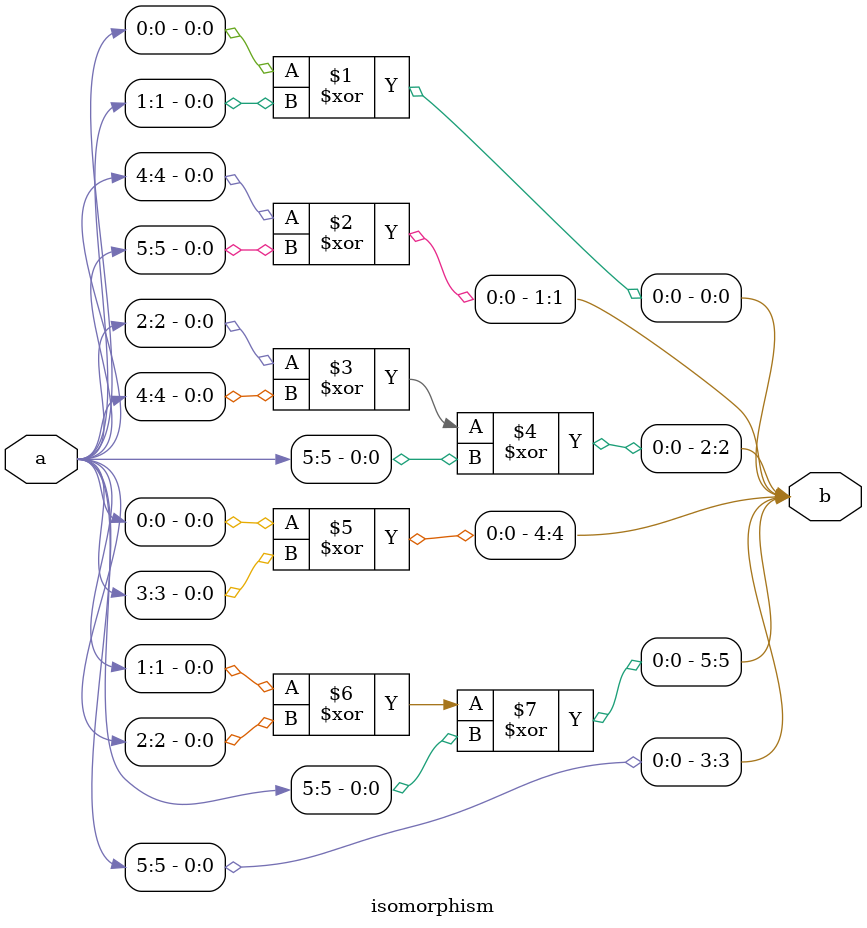
<source format=v>
`timescale 1ns/100ps
module SMSS23_40_nn_1_3(x,y);
	 input [5:0] x;
	 output [5:0] y;
	 wire [5:0] w;
	 wire [5:0] p;
	 isomorphism C2 (x,w);
	 power_40 C3 (w,p);
	 inv_isomorphism C4 (p,y);
endmodule

module square_base(a,b);
	 input [1:0] a;
	 output [1:0] b;
	 assign b[0]=a[1];
	 assign b[1]=a[0];
endmodule

module add_base(a,b,c);
	 input [1:0] a;
	 input [1:0] b;
	 output [1:0] c;
	 assign c[0]=a[0]^b[0];
	 assign c[1]=a[1]^b[1];
endmodule

module multiplication_base(a,b,c);
	 input [1:0] a;
	 input [1:0] b;
	 output [1:0] c;
	 wire t;
	 assign t=(a[0]&b[1])^(a[1]&b[0]);
	 assign c[0]=(a[1]&b[1])^t;
	 assign c[1]=(a[0]&b[0])^t;
endmodule
module power_40(a,b);
	 input [5:0] a;
	 output [5:0] b;
	 wire [1:0] x_0;
	 wire [1:0] x_1;
	 wire [1:0] x_2;
	 wire [1:0] y_0;
	 wire [1:0] y_1;
	 wire [1:0] y_2;
	 wire [1:0] y_3;
	 wire [1:0] y_4;
	 wire [1:0] y_5;
	 wire [1:0] z_00;
	 wire [1:0] z_01;
	 wire [1:0] z_10;
	 wire [1:0] z_11;
	 wire [1:0] z_20;
	 wire [1:0] z_21;
	 assign x_0[0]=a[0];
	 assign x_0[1]=a[1];
	 assign x_1[0]=a[2];
	 assign x_1[1]=a[3];
	 assign x_2[0]=a[4];
	 assign x_2[1]=a[5];
	 square_base  A1 (x_0,y_0);
	 square_base A2 (x_1,y_1);
	 square_base A3 (x_2,y_2);
	 multiplication_base A4 (y_0,y_1,y_3);
	 multiplication_base A5 (y_0,y_2,y_4);
	 multiplication_base A6 (y_1,y_2,y_5);
	 add_base B00 (x_0,x_2,z_00);
	 add_base B01 (y_3,z_00,z_01);
	 add_base B10 (x_0,x_1,z_10);
	 add_base B11 (y_5,z_10,z_11);
	 add_base B20 (x_1,x_2,z_20);
	 add_base B21 (y_4,z_20,z_21);
	 assign b[0]=z_21[0];
	 assign b[1]=z_21[1];
	 assign b[2]=z_01[0];
	 assign b[3]=z_01[1];
	 assign b[4]=z_11[0];
	 assign b[5]=z_11[1];
endmodule

module inv_isomorphism(a,b);
	 input [5:0] a;
	 output [5:0] b;
	 assign b[0]=a[4];
	 assign b[1]=a[1]^a[2];
	 assign b[2]=a[0]^a[1]^a[2]^a[4];
	 assign b[3]=a[2]^a[3]^a[4];
	 assign b[4]=a[2];
	 assign b[5]=a[0]^a[4]^a[5];
endmodule

module isomorphism(a,b);
	 input [5:0] a;
	 output [5:0] b;
	 assign b[0]=a[0]^a[1];
	 assign b[1]=a[4]^a[5];
	 assign b[2]=a[2]^a[4]^a[5];
	 assign b[3]=a[5];
	 assign b[4]=a[0]^a[3];
	 assign b[5]=a[1]^a[2]^a[5];
endmodule


</source>
